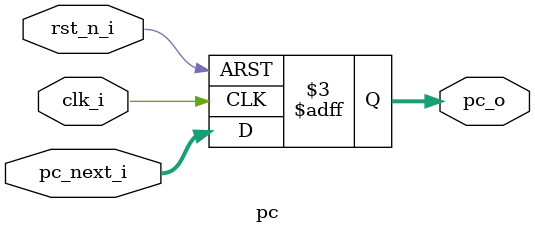
<source format=sv>
module pc #(
    X_LEN = 32
) (
    input  logic                clk_i,
    input  logic                rst_n_i,
    input  logic [X_LEN-1:0]    pc_next_i,
    output logic [X_LEN-1:0]    pc_o
);

    always_ff @(posedge clk_i or negedge rst_n_i) begin
        if(!rst_n_i)begin
            pc_o <= 0;
        end

        else begin
            pc_o <= pc_next_i;
        end
    end
 
    
endmodule
</source>
